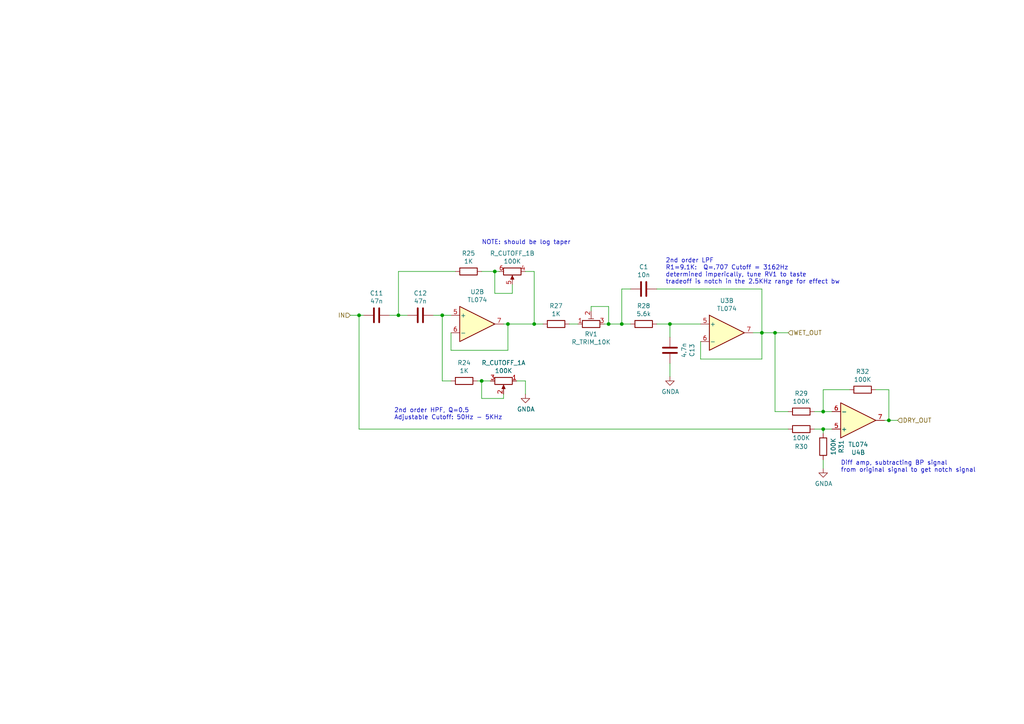
<source format=kicad_sch>
(kicad_sch (version 20211123) (generator eeschema)
  (paper "A4")
  (title_block (company "rabidaudio"))
  (lib_symbols
    (symbol "Amplifier_Operational:TL074" (pin_names (offset 0.127))
      (property "Reference" "U" (at 0 5.08 0))
      (property "Value" "TL074" (at 0 -5.08 0))
      (symbol "TL074_1_1"
        (polyline (pts (xy -5.08 5.08) (xy 5.08 0) (xy -5.08 -5.08) (xy -5.08 5.08)) (stroke (width 0.254)) (fill (type background)))
        (pin output line (at 7.62 0 180) (length 2.54) (name "~") (number "1"))
        (pin input line (at -7.62 -2.54 0) (length 2.54) (name "-") (number "2"))
        (pin input line (at -7.62 2.54 0) (length 2.54) (name "+") (number "3"))
      )
      (symbol "TL074_2_1"
        (polyline (pts (xy -5.08 5.08) (xy 5.08 0) (xy -5.08 -5.08) (xy -5.08 5.08)) (stroke (width 0.254)) (fill (type background)))
        (pin input line (at -7.62 2.54 0) (length 2.54) (name "+") (number "5"))
        (pin input line (at -7.62 -2.54 0) (length 2.54) (name "-") (number "6"))
        (pin output line (at 7.62 0 180) (length 2.54) (name "~") (number "7"))
      )
      (symbol "TL074_3_1"
        (polyline (pts (xy -5.08 5.08) (xy 5.08 0) (xy -5.08 -5.08) (xy -5.08 5.08)) (stroke (width 0.254)) (fill (type background)))
        (pin input line (at -7.62 2.54 0) (length 2.54) (name "+") (number "10"))
        (pin output line (at 7.62 0 180) (length 2.54) (name "~") (number "8"))
        (pin input line (at -7.62 -2.54 0) (length 2.54) (name "-") (number "9"))
      )
      (symbol "TL074_4_1"
        (polyline (pts (xy -5.08 5.08) (xy 5.08 0) (xy -5.08 -5.08) (xy -5.08 5.08)) (stroke (width 0.254)) (fill (type background)))
        (pin input line (at -7.62 2.54 0) (length 2.54) (name "+") (number "12"))
        (pin input line (at -7.62 -2.54 0) (length 2.54) (name "-") (number "13"))
        (pin output line (at 7.62 0 180) (length 2.54) (name "~") (number "14"))
      )
      (symbol "TL074_5_1"
        (pin power_in line (at -2.54 -7.62 90) (length 3.81) (name "V-") (number "11"))
        (pin power_in line (at -2.54 7.62 270) (length 3.81) (name "V+") (number "4"))
      )
    )
    (symbol "Device:C" (pin_numbers hide) (pin_names (offset 0.254))
      (property "Reference" "C" (at 0.635 2.54 0))
      (property "Value" "C" (at 0.635 -2.54 0))
      (symbol "C_0_1"
        (polyline (pts (xy -2.032 -0.762) (xy 2.032 -0.762)) (stroke (width 0.508)))
        (polyline (pts (xy -2.032 0.762) (xy 2.032 0.762)) (stroke (width 0.508)))
      )
      (symbol "C_1_1"
        (pin passive line (at 0 3.81 270) (length 2.794) (name "~") (number "1"))
        (pin passive line (at 0 -3.81 90) (length 2.794) (name "~") (number "2"))
      )
    )
    (symbol "Device:R" (pin_numbers hide) (pin_names (offset 0))
      (property "Reference" "R" (at 2.032 0 90))
      (property "Value" "R" (at 0 0 90))
      (symbol "R_0_1"
        (rectangle (start -1.016 -2.54) (end 1.016 2.54) (stroke (width 0.254)))
      )
      (symbol "R_1_1"
        (pin passive line (at 0 3.81 270) (length 1.27) (name "~") (number "1"))
        (pin passive line (at 0 -3.81 90) (length 1.27) (name "~") (number "2"))
      )
    )
    (symbol "Device:R_Potentiometer_Dual_Separate" (pin_names (offset 1.016) hide)
      (property "Reference" "RV" (at -4.445 0 90))
      (property "Value" "R_Potentiometer_Dual_Separate" (at -2.54 0 90))
      (symbol "R_Potentiometer_Dual_Separate_0_1"
        (polyline (pts (xy 2.54 0) (xy 1.524 0)))
        (polyline (pts (xy 1.143 0) (xy 2.286 0.508) (xy 2.286 -0.508) (xy 1.143 0)) (fill (type outline)))
        (rectangle (start 1.016 2.54) (end -1.016 -2.54) (stroke (width 0.254)))
      )
      (symbol "R_Potentiometer_Dual_Separate_1_1"
        (pin passive line (at 0 3.81 270) (length 1.27) (name "1") (number "1"))
        (pin passive line (at 3.81 0 180) (length 1.27) (name "2") (number "2"))
        (pin passive line (at 0 -3.81 90) (length 1.27) (name "3") (number "3"))
      )
      (symbol "R_Potentiometer_Dual_Separate_2_1"
        (pin passive line (at 0 3.81 270) (length 1.27) (name "4") (number "4"))
        (pin passive line (at 3.81 0 180) (length 1.27) (name "5") (number "5"))
        (pin passive line (at 0 -3.81 90) (length 1.27) (name "6") (number "6"))
      )
    )
    (symbol "Device:R_Potentiometer_Trim" (pin_names (offset 1.016) hide)
      (property "Reference" "RV" (at -4.445 0 90))
      (property "Value" "R_Potentiometer_Trim" (at -2.54 0 90))
      (symbol "R_Potentiometer_Trim_0_1"
        (polyline (pts (xy 1.524 0.762) (xy 1.524 -0.762)))
        (polyline (pts (xy 2.54 0) (xy 1.524 0)))
        (rectangle (start 1.016 2.54) (end -1.016 -2.54) (stroke (width 0.254)))
      )
      (symbol "R_Potentiometer_Trim_1_1"
        (pin passive line (at 0 3.81 270) (length 1.27) (name "1") (number "1"))
        (pin passive line (at 3.81 0 180) (length 1.27) (name "2") (number "2"))
        (pin passive line (at 0 -3.81 90) (length 1.27) (name "3") (number "3"))
      )
    )
    (symbol "power:GNDA" (power) (pin_names (offset 0))
      (property "Value" "GNDA" (at 0 -3.81 0))
      (symbol "GNDA_0_1"
        (polyline (pts (xy 0 0) (xy 0 -1.27) (xy 1.27 -1.27) (xy 0 -2.54) (xy -1.27 -1.27) (xy 0 -1.27)))
      )
      (symbol "GNDA_1_1"
        (pin power_in line (at 0 0 270) (length 0) hide (name "GNDA") (number "1"))
      )
    )
  )
  (junction (at 147.32 93.98))
  (junction (at 128.27 91.44))
  (junction (at 220.98 96.52))
  (junction (at 143.51 78.74))
  (junction (at 238.76 119.38))
  (junction (at 176.53 93.98))
  (junction (at 194.31 93.98))
  (junction (at 180.34 93.98))
  (junction (at 115.57 91.44))
  (junction (at 224.79 96.52))
  (junction (at 238.76 124.46))
  (junction (at 139.7 110.49))
  (junction (at 104.14 91.44))
  (junction (at 154.94 93.98))
  (junction (at 257.81 121.92))
  (wire (pts (xy 130.81 91.44) (xy 128.27 91.44)))
  (wire (pts (xy 176.53 88.9) (xy 176.53 93.98)))
  (wire (pts (xy 157.48 93.98) (xy 154.94 93.98)))
  (wire (pts (xy 220.98 104.14) (xy 220.98 96.52)))
  (wire (pts (xy 238.76 119.38) (xy 241.3 119.38)))
  (wire (pts (xy 147.32 101.6) (xy 147.32 93.98)))
  (wire (pts (xy 152.4 114.3) (xy 152.4 110.49)))
  (wire (pts (xy 139.7 110.49) (xy 142.24 110.49)))
  (wire (pts (xy 130.81 101.6) (xy 147.32 101.6)))
  (wire (pts (xy 128.27 110.49) (xy 128.27 91.44)))
  (wire (pts (xy 148.59 85.09) (xy 143.51 85.09)))
  (wire (pts (xy 203.2 104.14) (xy 220.98 104.14)))
  (wire (pts (xy 224.79 96.52) (xy 228.6 96.52)))
  (wire (pts (xy 130.81 96.52) (xy 130.81 101.6)))
  (wire (pts (xy 139.7 110.49) (xy 138.43 110.49)))
  (wire (pts (xy 203.2 93.98) (xy 194.31 93.98)))
  (wire (pts (xy 147.32 93.98) (xy 154.94 93.98)))
  (wire (pts (xy 236.22 119.38) (xy 238.76 119.38)))
  (wire (pts (xy 224.79 96.52) (xy 224.79 119.38)))
  (wire (pts (xy 152.4 110.49) (xy 149.86 110.49)))
  (wire (pts (xy 146.05 115.57) (xy 139.7 115.57)))
  (wire (pts (xy 238.76 125.73) (xy 238.76 124.46)))
  (wire (pts (xy 115.57 78.74) (xy 132.08 78.74)))
  (wire (pts (xy 203.2 99.06) (xy 203.2 104.14)))
  (wire (pts (xy 180.34 83.82) (xy 180.34 93.98)))
  (wire (pts (xy 194.31 97.79) (xy 194.31 93.98)))
  (wire (pts (xy 167.64 93.98) (xy 165.1 93.98)))
  (wire (pts (xy 194.31 109.22) (xy 194.31 105.41)))
  (wire (pts (xy 171.45 90.17) (xy 171.45 88.9)))
  (wire (pts (xy 146.05 93.98) (xy 147.32 93.98)))
  (wire (pts (xy 175.26 93.98) (xy 176.53 93.98)))
  (wire (pts (xy 194.31 93.98) (xy 190.5 93.98)))
  (wire (pts (xy 115.57 78.74) (xy 115.57 91.44)))
  (wire (pts (xy 104.14 91.44) (xy 105.41 91.44)))
  (wire (pts (xy 146.05 114.3) (xy 146.05 115.57)))
  (wire (pts (xy 130.81 110.49) (xy 128.27 110.49)))
  (wire (pts (xy 171.45 88.9) (xy 176.53 88.9)))
  (wire (pts (xy 104.14 124.46) (xy 228.6 124.46)))
  (wire (pts (xy 236.22 124.46) (xy 238.76 124.46)))
  (wire (pts (xy 182.88 83.82) (xy 180.34 83.82)))
  (wire (pts (xy 143.51 85.09) (xy 143.51 78.74)))
  (wire (pts (xy 246.38 113.03) (xy 238.76 113.03)))
  (wire (pts (xy 139.7 115.57) (xy 139.7 110.49)))
  (wire (pts (xy 257.81 121.92) (xy 257.81 113.03)))
  (wire (pts (xy 113.03 91.44) (xy 115.57 91.44)))
  (wire (pts (xy 128.27 91.44) (xy 125.73 91.44)))
  (wire (pts (xy 101.6 91.44) (xy 104.14 91.44)))
  (wire (pts (xy 154.94 78.74) (xy 154.94 93.98)))
  (wire (pts (xy 238.76 135.89) (xy 238.76 133.35)))
  (wire (pts (xy 182.88 93.98) (xy 180.34 93.98)))
  (wire (pts (xy 148.59 82.55) (xy 148.59 85.09)))
  (wire (pts (xy 152.4 78.74) (xy 154.94 78.74)))
  (wire (pts (xy 220.98 83.82) (xy 220.98 96.52)))
  (wire (pts (xy 190.5 83.82) (xy 220.98 83.82)))
  (wire (pts (xy 238.76 124.46) (xy 241.3 124.46)))
  (wire (pts (xy 104.14 124.46) (xy 104.14 91.44)))
  (wire (pts (xy 143.51 78.74) (xy 144.78 78.74)))
  (wire (pts (xy 238.76 113.03) (xy 238.76 119.38)))
  (wire (pts (xy 228.6 119.38) (xy 224.79 119.38)))
  (wire (pts (xy 115.57 91.44) (xy 118.11 91.44)))
  (wire (pts (xy 176.53 93.98) (xy 180.34 93.98)))
  (wire (pts (xy 256.54 121.92) (xy 257.81 121.92)))
  (wire (pts (xy 260.35 121.92) (xy 257.81 121.92)))
  (wire (pts (xy 220.98 96.52) (xy 218.44 96.52)))
  (wire (pts (xy 257.81 113.03) (xy 254 113.03)))
  (wire (pts (xy 143.51 78.74) (xy 139.7 78.74)))
  (wire (pts (xy 220.98 96.52) (xy 224.79 96.52)))
  (text "2nd order HPF, Q=0.5\nAdjustable Cutoff: 50Hz - 5KHz" (at 114.3 121.92 0) (effects (font (size 1.27 1.27)) (justify left bottom)))
  (text "NOTE: should be log taper" (at 139.7 71.12 0) (effects (font (size 1.27 1.27)) (justify left bottom)))
  (text "2nd order LPF\nR1=9.1K:  Q=.707 Cutoff = 3162Hz\ndetermined imperically, tune RV1 to taste\ntradeoff is notch in the 2.5KHz range for effect bw" (at 193.04 82.55 0) (effects (font (size 1.27 1.27)) (justify left bottom)))
  (text "Diff amp, subtracting BP signal\nfrom original signal to get notch signal" (at 243.84 137.16 0) (effects (font (size 1.27 1.27)) (justify left bottom)))
  (hierarchical_label "DRY_OUT" (shape input) (at 260.35 121.92 0))
  (hierarchical_label "IN" (shape input) (at 101.6 91.44 180))
  (hierarchical_label "WET_OUT" (shape input) (at 228.6 96.52 0))
  (symbol (lib_id "Amplifier_Operational:TL074") (at 248.92 121.92 0) (mirror x) (unit 2)
    (property "Reference" "U4" (at 248.92 131.2418 0))
    (property "Value" "TL074" (at 248.92 128.9304 0))
    (property "Footprint" "kicad-legacy/kicad-footprints/Package_DIP.pretty:DIP-14_W7.62mm" (effects hide))
    (property "Datasheet" "http://www.ti.com/lit/ds/symlink/tl071.pdf" (effects hide))
  )
  (symbol (lib_id "Device:R") (at 232.41 124.46 270) (unit 1)
    (property "Reference" "R30" (at 232.41 129.54 90))
    (property "Value" "100K" (at 232.41 127 90))
    (property "Footprint" "kicad-legacy/kicad-footprints/Resistor_THT.pretty:R_Axial_DIN0204_L3.6mm_D1.6mm_P2.54mm_Vertical" (effects hide))
  )
  (symbol (lib_id "Device:R") (at 232.41 119.38 270) (unit 1)
    (property "Reference" "R29" (at 232.41 114.1222 90))
    (property "Value" "100K" (at 232.41 116.4336 90))
    (property "Footprint" "kicad-legacy/kicad-footprints/Resistor_THT.pretty:R_Axial_DIN0204_L3.6mm_D1.6mm_P2.54mm_Vertical" (effects hide))
  )
  (symbol (lib_id "Device:R") (at 250.19 113.03 270) (unit 1)
    (property "Reference" "R32" (at 250.19 107.7722 90))
    (property "Value" "100K" (at 250.19 110.0836 90))
    (property "Footprint" "kicad-legacy/kicad-footprints/Resistor_THT.pretty:R_Axial_DIN0204_L3.6mm_D1.6mm_P2.54mm_Vertical" (effects hide))
  )
  (symbol (lib_id "Device:R") (at 238.76 129.54 180) (unit 1)
    (property "Reference" "R31" (at 244.0178 129.54 90))
    (property "Value" "100K" (at 241.7064 129.54 90))
    (property "Footprint" "kicad-legacy/kicad-footprints/Resistor_THT.pretty:R_Axial_DIN0204_L3.6mm_D1.6mm_P2.54mm_Vertical" (effects hide))
  )
  (symbol (lib_id "power:GNDA") (at 238.76 135.89 0) (unit 1)
    (property "Reference" "#PWR03" (effects hide))
    (property "Value" "GNDA" (at 238.887 140.2842 0))
  )
  (symbol (lib_id "Device:R_Potentiometer_Trim") (at 171.45 93.98 90) (unit 1)
    (property "Reference" "RV1" (at 171.45 96.901 90))
    (property "Value" "R_TRIM_10K" (at 171.45 99.2124 90))
    (property "Footprint" "kicad-legacy/Potentiometers.pretty:Potentiometer_Trimmer_Bourns_3296W" (effects hide))
  )
  (symbol (lib_id "Amplifier_Operational:TL074") (at 210.82 96.52 0) (unit 2)
    (property "Reference" "U3" (at 210.82 87.1982 0))
    (property "Value" "TL074" (at 210.82 89.5096 0))
    (property "Footprint" "kicad-legacy/kicad-footprints/Package_DIP.pretty:DIP-14_W7.62mm" (effects hide))
    (property "Datasheet" "http://www.ti.com/lit/ds/symlink/tl071.pdf" (effects hide))
  )
  (symbol (lib_id "Device:R") (at 161.29 93.98 270) (unit 1)
    (property "Reference" "R27" (at 161.29 88.7222 90))
    (property "Value" "1K" (at 161.29 91.0336 90))
    (property "Footprint" "kicad-legacy/kicad-footprints/Resistor_THT.pretty:R_Axial_DIN0204_L3.6mm_D1.6mm_P2.54mm_Vertical" (effects hide))
  )
  (symbol (lib_id "Device:R") (at 186.69 93.98 270) (unit 1)
    (property "Reference" "R28" (at 186.69 88.7222 90))
    (property "Value" "5.6k" (at 186.69 91.0336 90))
    (property "Footprint" "kicad-legacy/kicad-footprints/Resistor_THT.pretty:R_Axial_DIN0204_L3.6mm_D1.6mm_P2.54mm_Vertical" (effects hide))
  )
  (symbol (lib_id "Device:C") (at 186.69 83.82 270) (unit 1)
    (property "Reference" "C1" (at 186.69 77.4192 90))
    (property "Value" "10n" (at 186.69 79.7306 90))
  )
  (symbol (lib_id "Device:C") (at 194.31 101.6 180) (unit 1)
    (property "Reference" "C13" (at 200.7108 101.6 90))
    (property "Value" "4.7n" (at 198.3994 101.6 90))
  )
  (symbol (lib_id "power:GNDA") (at 194.31 109.22 0) (unit 1)
    (property "Reference" "#PWR02" (effects hide))
    (property "Value" "GNDA" (at 194.437 113.6142 0))
  )
  (symbol (lib_id "Amplifier_Operational:TL074") (at 138.43 93.98 0) (unit 2)
    (property "Reference" "U2" (at 138.43 84.6582 0))
    (property "Value" "TL074" (at 138.43 86.9696 0))
    (property "Footprint" "kicad-legacy/kicad-footprints/Package_DIP.pretty:DIP-14_W7.62mm" (effects hide))
    (property "Datasheet" "http://www.ti.com/lit/ds/symlink/tl071.pdf" (effects hide))
  )
  (symbol (lib_id "Device:R") (at 134.62 110.49 270) (unit 1)
    (property "Reference" "R24" (at 134.62 105.2322 90))
    (property "Value" "1K" (at 134.62 107.5436 90))
    (property "Footprint" "kicad-legacy/kicad-footprints/Resistor_THT.pretty:R_Axial_DIN0204_L3.6mm_D1.6mm_P2.54mm_Vertical" (effects hide))
  )
  (symbol (lib_id "Device:C") (at 121.92 91.44 270) (unit 1)
    (property "Reference" "C12" (at 121.92 85.0392 90))
    (property "Value" "47n" (at 121.92 87.3506 90))
  )
  (symbol (lib_id "Device:C") (at 109.22 91.44 270) (unit 1)
    (property "Reference" "C11" (at 109.22 85.0392 90))
    (property "Value" "47n" (at 109.22 87.3506 90))
  )
  (symbol (lib_id "Device:R_Potentiometer_Dual_Separate") (at 148.59 78.74 270) (unit 2)
    (property "Reference" "R_CUTOFF_1" (at 148.59 73.4822 90))
    (property "Value" "100K" (at 148.59 75.7936 90))
    (property "Footprint" "kicad-legacy/kicad-footprints/Potentiometer_THT.pretty:Potentiometer_Alps_RK09L_Double_Vertical" (effects hide))
  )
  (symbol (lib_id "Device:R_Potentiometer_Dual_Separate") (at 146.05 110.49 270) (unit 1)
    (property "Reference" "R_CUTOFF_1" (at 146.05 105.2322 90))
    (property "Value" "100K" (at 146.05 107.5436 90))
    (property "Footprint" "kicad-legacy/kicad-footprints/Potentiometer_THT.pretty:Potentiometer_Alps_RK09L_Double_Vertical" (effects hide))
  )
  (symbol (lib_id "Device:R") (at 135.89 78.74 270) (unit 1)
    (property "Reference" "R25" (at 135.89 73.4822 90))
    (property "Value" "1K" (at 135.89 75.7936 90))
    (property "Footprint" "kicad-legacy/kicad-footprints/Resistor_THT.pretty:R_Axial_DIN0204_L3.6mm_D1.6mm_P2.54mm_Vertical" (effects hide))
  )
  (symbol (lib_id "power:GNDA") (at 152.4 114.3 0) (unit 1)
    (property "Reference" "#PWR0146" (effects hide))
    (property "Value" "GNDA" (at 152.527 118.6942 0))
  )
)
</source>
